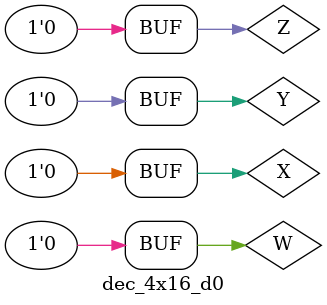
<source format=v>
`timescale 1ns / 1ps


module dec_4x16_d0;

	// Inputs
	reg X;
	reg Y;
	reg Z;
	reg W;

	// Outputs
	wire [15:0] D;

	// Instantiate the Unit Under Test (UUT)
	dec_4x16_d_fault0 uut (
		.D(D), 
		.X(X), 
		.Y(Y), 
		.Z(Z), 
		.W(W)
	);

	initial begin
		// Initialize Inputs
		X = 0;
		Y = 0;
		Z = 0;
		W = 0;

		// Wait 100 ns for global reset to finish
		#100;
        
		// Add stimulus here

	end
      
endmodule


</source>
